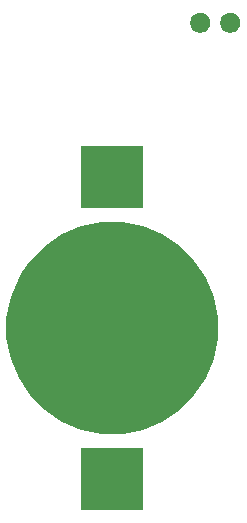
<source format=gbr>
G04 #@! TF.GenerationSoftware,KiCad,Pcbnew,(5.1.2-1)-1*
G04 #@! TF.CreationDate,2021-09-11T11:00:07+02:00*
G04 #@! TF.ProjectId,parasite,70617261-7369-4746-952e-6b696361645f,1.1.0*
G04 #@! TF.SameCoordinates,Original*
G04 #@! TF.FileFunction,Soldermask,Bot*
G04 #@! TF.FilePolarity,Negative*
%FSLAX46Y46*%
G04 Gerber Fmt 4.6, Leading zero omitted, Abs format (unit mm)*
G04 Created by KiCad (PCBNEW (5.1.2-1)-1) date 2021-09-11 11:00:07*
%MOMM*%
%LPD*%
G04 APERTURE LIST*
%ADD10C,0.100000*%
G04 APERTURE END LIST*
D10*
G36*
X69701000Y-70301000D02*
G01*
X64499000Y-70301000D01*
X64499000Y-65099000D01*
X69701000Y-65099000D01*
X69701000Y-70301000D01*
X69701000Y-70301000D01*
G37*
G36*
X69710909Y-46292981D02*
G01*
X71339887Y-46967726D01*
X71339888Y-46967727D01*
X72805930Y-47947304D01*
X74052696Y-49194070D01*
X74707228Y-50173648D01*
X75032274Y-50660113D01*
X75707019Y-52289091D01*
X76051000Y-54018402D01*
X76051000Y-55781598D01*
X75707019Y-57510909D01*
X75032274Y-59139887D01*
X75032273Y-59139888D01*
X74052696Y-60605930D01*
X72805930Y-61852696D01*
X71826352Y-62507228D01*
X71339887Y-62832274D01*
X69710909Y-63507019D01*
X67981598Y-63851000D01*
X66218402Y-63851000D01*
X64489091Y-63507019D01*
X62860113Y-62832274D01*
X62373648Y-62507228D01*
X61394070Y-61852696D01*
X60147304Y-60605930D01*
X59167727Y-59139888D01*
X59167726Y-59139887D01*
X58492981Y-57510909D01*
X58149000Y-55781598D01*
X58149000Y-54018402D01*
X58492981Y-52289091D01*
X59167726Y-50660113D01*
X59492772Y-50173648D01*
X60147304Y-49194070D01*
X61394070Y-47947304D01*
X62860112Y-46967727D01*
X62860113Y-46967726D01*
X64489091Y-46292981D01*
X66218402Y-45949000D01*
X67981598Y-45949000D01*
X69710909Y-46292981D01*
X69710909Y-46292981D01*
G37*
G36*
X69701000Y-44701000D02*
G01*
X64499000Y-44701000D01*
X64499000Y-39499000D01*
X69701000Y-39499000D01*
X69701000Y-44701000D01*
X69701000Y-44701000D01*
G37*
G36*
X77348228Y-28231703D02*
G01*
X77503100Y-28295853D01*
X77642481Y-28388985D01*
X77761015Y-28507519D01*
X77854147Y-28646900D01*
X77918297Y-28801772D01*
X77951000Y-28966184D01*
X77951000Y-29133816D01*
X77918297Y-29298228D01*
X77854147Y-29453100D01*
X77761015Y-29592481D01*
X77642481Y-29711015D01*
X77503100Y-29804147D01*
X77348228Y-29868297D01*
X77183816Y-29901000D01*
X77016184Y-29901000D01*
X76851772Y-29868297D01*
X76696900Y-29804147D01*
X76557519Y-29711015D01*
X76438985Y-29592481D01*
X76345853Y-29453100D01*
X76281703Y-29298228D01*
X76249000Y-29133816D01*
X76249000Y-28966184D01*
X76281703Y-28801772D01*
X76345853Y-28646900D01*
X76438985Y-28507519D01*
X76557519Y-28388985D01*
X76696900Y-28295853D01*
X76851772Y-28231703D01*
X77016184Y-28199000D01*
X77183816Y-28199000D01*
X77348228Y-28231703D01*
X77348228Y-28231703D01*
G37*
G36*
X74808228Y-28231703D02*
G01*
X74963100Y-28295853D01*
X75102481Y-28388985D01*
X75221015Y-28507519D01*
X75314147Y-28646900D01*
X75378297Y-28801772D01*
X75411000Y-28966184D01*
X75411000Y-29133816D01*
X75378297Y-29298228D01*
X75314147Y-29453100D01*
X75221015Y-29592481D01*
X75102481Y-29711015D01*
X74963100Y-29804147D01*
X74808228Y-29868297D01*
X74643816Y-29901000D01*
X74476184Y-29901000D01*
X74311772Y-29868297D01*
X74156900Y-29804147D01*
X74017519Y-29711015D01*
X73898985Y-29592481D01*
X73805853Y-29453100D01*
X73741703Y-29298228D01*
X73709000Y-29133816D01*
X73709000Y-28966184D01*
X73741703Y-28801772D01*
X73805853Y-28646900D01*
X73898985Y-28507519D01*
X74017519Y-28388985D01*
X74156900Y-28295853D01*
X74311772Y-28231703D01*
X74476184Y-28199000D01*
X74643816Y-28199000D01*
X74808228Y-28231703D01*
X74808228Y-28231703D01*
G37*
M02*

</source>
